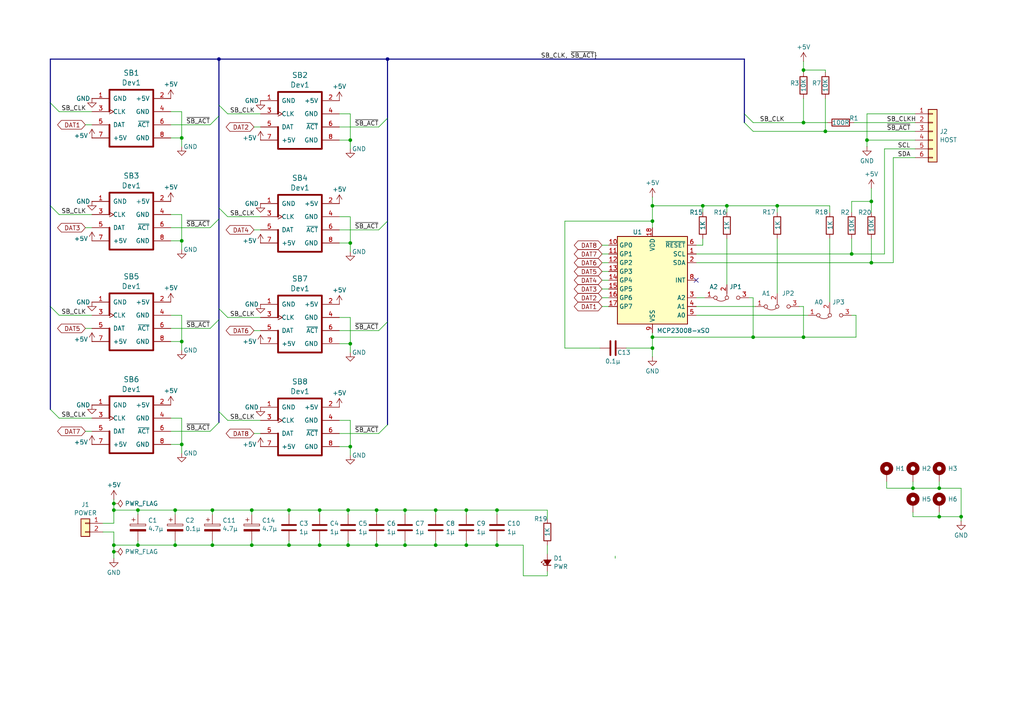
<source format=kicad_sch>
(kicad_sch (version 20250114) (generator "eeschema") (generator_version "9.0")
  (paper "A4")
  (title_block (title "LP Sensor Bus Hub") (date "2025-08-25") (rev "A1") (company "Machina Speculatrix"))
  (lib_symbols
    (symbol "Connector_Generic:Conn_01x02" (pin_names (offset 1.016) (hide yes))
      (property "Reference" "J" (at 0 2.54 0))
      (property "Value" "Conn_01x02" (at 0 -5.08 0))
      (symbol "Conn_01x02_1_1"
        (rectangle (start -1.27 1.27) (end 1.27 -3.81) (stroke (width 0.254)) (fill (type background)))
        (rectangle (start -1.27 0.127) (end 0 -0.127) (stroke (width 0.1524)))
        (rectangle (start -1.27 -2.413) (end 0 -2.667) (stroke (width 0.1524)))
        (pin passive line (at -5.08 0 0) (length 3.81) (name "Pin_1") (number "1"))
        (pin passive line (at -5.08 -2.54 0) (length 3.81) (name "Pin_2") (number "2"))
      )
    )
    (symbol "Connector_Generic:Conn_01x06" (pin_names (offset 1.016) (hide yes))
      (property "Reference" "J" (at 0 7.62 0))
      (property "Value" "Conn_01x06" (at 0 -10.16 0))
      (symbol "Conn_01x06_1_1"
        (rectangle (start -1.27 6.35) (end 1.27 -8.89) (stroke (width 0.254)) (fill (type background)))
        (rectangle (start -1.27 5.207) (end 0 4.953) (stroke (width 0.1524)))
        (rectangle (start -1.27 2.667) (end 0 2.413) (stroke (width 0.1524)))
        (rectangle (start -1.27 0.127) (end 0 -0.127) (stroke (width 0.1524)))
        (rectangle (start -1.27 -2.413) (end 0 -2.667) (stroke (width 0.1524)))
        (rectangle (start -1.27 -4.953) (end 0 -5.207) (stroke (width 0.1524)))
        (rectangle (start -1.27 -7.493) (end 0 -7.747) (stroke (width 0.1524)))
        (pin passive line (at -5.08 5.08 0) (length 3.81) (name "Pin_1") (number "1"))
        (pin passive line (at -5.08 2.54 0) (length 3.81) (name "Pin_2") (number "2"))
        (pin passive line (at -5.08 0 0) (length 3.81) (name "Pin_3") (number "3"))
        (pin passive line (at -5.08 -2.54 0) (length 3.81) (name "Pin_4") (number "4"))
        (pin passive line (at -5.08 -5.08 0) (length 3.81) (name "Pin_5") (number "5"))
        (pin passive line (at -5.08 -7.62 0) (length 3.81) (name "Pin_6") (number "6"))
      )
    )
    (symbol "Device:C" (pin_numbers (hide yes)) (pin_names (offset 0.254))
      (property "Reference" "C" (at 0.635 2.54 0))
      (property "Value" "C" (at 0.635 -2.54 0))
      (symbol "C_0_1"
        (polyline (pts (xy -2.032 0.762) (xy 2.032 0.762)) (stroke (width 0.508)))
        (polyline (pts (xy -2.032 -0.762) (xy 2.032 -0.762)) (stroke (width 0.508)))
      )
      (symbol "C_1_1"
        (pin passive line (at 0 3.81 270) (length 2.794) (name "~") (number "1"))
        (pin passive line (at 0 -3.81 90) (length 2.794) (name "~") (number "2"))
      )
    )
    (symbol "Device:C_Polarized" (pin_numbers (hide yes)) (pin_names (offset 0.254))
      (property "Reference" "C" (at 0.635 2.54 0))
      (property "Value" "C_Polarized" (at 0.635 -2.54 0))
      (symbol "C_Polarized_0_1"
        (rectangle (start -2.286 0.508) (end 2.286 1.016))
        (polyline (pts (xy -1.778 2.286) (xy -0.762 2.286)))
        (polyline (pts (xy -1.27 2.794) (xy -1.27 1.778)))
        (rectangle (start 2.286 -0.508) (end -2.286 -1.016) (fill (type outline)))
      )
      (symbol "C_Polarized_1_1"
        (pin passive line (at 0 3.81 270) (length 2.794) (name "~") (number "1"))
        (pin passive line (at 0 -3.81 90) (length 2.794) (name "~") (number "2"))
      )
    )
    (symbol "Device:LED_Small_Filled" (pin_numbers (hide yes)) (pin_names (offset 0.254) (hide yes))
      (property "Reference" "D" (at -1.27 3.175 0))
      (property "Value" "LED_Small_Filled" (at -4.445 -2.54 0))
      (symbol "LED_Small_Filled_0_1"
        (polyline (pts (xy -0.762 -1.016) (xy -0.762 1.016)) (stroke (width 0.254)))
        (polyline (pts (xy 0 0.762) (xy -0.508 1.27) (xy -0.254 1.27) (xy -0.508 1.27) (xy -0.508 1.016)))
        (polyline (pts (xy 0.508 1.27) (xy 0 1.778) (xy 0.254 1.778) (xy 0 1.778) (xy 0 1.524)))
        (polyline (pts (xy 0.762 -1.016) (xy -0.762 0) (xy 0.762 1.016) (xy 0.762 -1.016)) (stroke (width 0.254)) (fill (type outline)))
        (polyline (pts (xy 1.016 0) (xy -0.762 0)))
      )
      (symbol "LED_Small_Filled_1_1"
        (pin passive line (at -2.54 0 0) (length 1.778) (name "K") (number "1"))
        (pin passive line (at 2.54 0 180) (length 1.778) (name "A") (number "2"))
      )
    )
    (symbol "Device:R" (pin_numbers (hide yes)) (pin_names (offset 0))
      (property "Reference" "R" (at 2.032 0 90))
      (property "Value" "R" (at 0 0 90))
      (symbol "R_0_1"
        (rectangle (start -1.016 -2.54) (end 1.016 2.54) (stroke (width 0.254)))
      )
      (symbol "R_1_1"
        (pin passive line (at 0 3.81 270) (length 1.27) (name "~") (number "1"))
        (pin passive line (at 0 -3.81 90) (length 1.27) (name "~") (number "2"))
      )
    )
    (symbol "Interface_Expansion:MCP23008-xSO"
      (property "Reference" "U" (at -8.89 13.97 0))
      (property "Value" "MCP23008-xSO" (at 8.89 13.97 0))
      (symbol "MCP23008-xSO_0_1"
        (rectangle (start -10.16 12.7) (end 10.16 -12.7) (stroke (width 0.254)) (fill (type background)))
      )
      (symbol "MCP23008-xSO_1_1"
        (pin input line (at -12.7 10.16 0) (length 2.54) (name "~{RESET}") (number "6"))
        (pin input line (at -12.7 7.62 0) (length 2.54) (name "SCL") (number "1"))
        (pin bidirectional line (at -12.7 5.08 0) (length 2.54) (name "SDA") (number "2"))
        (pin output line (at -12.7 0 0) (length 2.54) (name "INT") (number "8"))
        (pin input line (at -12.7 -5.08 0) (length 2.54) (name "A2") (number "3"))
        (pin input line (at -12.7 -7.62 0) (length 2.54) (name "A1") (number "4"))
        (pin input line (at -12.7 -10.16 0) (length 2.54) (name "A0") (number "5"))
        (pin no_connect line (at -10.16 -2.54 0) (length 2.54) (hide yes) (name "NC") (number "7"))
        (pin power_in line (at 0 15.24 270) (length 2.54) (name "VDD") (number "18"))
        (pin power_in line (at 0 -15.24 90) (length 2.54) (name "VSS") (number "9"))
        (pin bidirectional line (at 12.7 10.16 180) (length 2.54) (name "GP0") (number "10"))
        (pin bidirectional line (at 12.7 7.62 180) (length 2.54) (name "GP1") (number "11"))
        (pin bidirectional line (at 12.7 5.08 180) (length 2.54) (name "GP2") (number "12"))
        (pin bidirectional line (at 12.7 2.54 180) (length 2.54) (name "GP3") (number "13"))
        (pin bidirectional line (at 12.7 0 180) (length 2.54) (name "GP4") (number "14"))
        (pin bidirectional line (at 12.7 -2.54 180) (length 2.54) (name "GP5") (number "15"))
        (pin bidirectional line (at 12.7 -5.08 180) (length 2.54) (name "GP6") (number "16"))
        (pin bidirectional line (at 12.7 -7.62 180) (length 2.54) (name "GP7") (number "17"))
      )
    )
    (symbol "Jumper:Jumper_3_Bridged12" (pin_names (offset 0) (hide yes)) (in_bom no)
      (property "Reference" "JP" (at -2.54 -2.54 0))
      (property "Value" "Jumper_3_Bridged12" (at 0 2.794 0))
      (symbol "Jumper_3_Bridged12_0_0"
        (circle (center -3.302 0) (radius 0.508))
        (circle (center 0 0) (radius 0.508))
        (circle (center 3.302 0) (radius 0.508))
      )
      (symbol "Jumper_3_Bridged12_0_1"
        (arc (start -3.048 0.508) (mid -1.651 0.9912) (end -0.254 0.508))
        (polyline (pts (xy 0 -1.27) (xy 0 -0.508)))
      )
      (symbol "Jumper_3_Bridged12_1_1"
        (pin passive line (at -6.35 0 0) (length 2.54) (name "A") (number "1"))
        (pin passive line (at 0 -3.81 90) (length 2.54) (name "C") (number "2"))
        (pin passive line (at 6.35 0 180) (length 2.54) (name "B") (number "3"))
      )
    )
    (symbol "MS_Conn:LP_Sensor_Bus_IDC_8" (pin_names (offset 1.016))
      (property "Reference" "SB" (at 0 7.62 0))
      (property "Value" "LP_Sensor_Bus_IDC_8" (at 0 -14.224 0))
      (symbol "LP_Sensor_Bus_IDC_8_0_1"
        (polyline (pts (xy -6.35 -1.27) (xy -6.35 5.08) (xy 6.35 5.08) (xy 6.35 -11.43) (xy 0 -11.43) (xy -6.35 -11.43) (xy -6.35 -5.08)) (stroke (width 0.508)))
      )
      (symbol "LP_Sensor_Bus_IDC_8_1_1"
        (pin power_in line (at -11.43 2.54 0) (length 5.08) (name "GND") (number "1"))
        (pin bidirectional clock (at -11.43 -1.27 0) (length 5.08) (name "CLK") (number "3"))
        (pin bidirectional line (at -11.43 -5.08 0) (length 5.08) (name "DAT") (number "5"))
        (pin power_in line (at -11.43 -8.89 0) (length 5.08) (name "+5V") (number "7"))
        (pin power_in line (at 11.43 2.54 180) (length 5.08) (name "+5V") (number "2"))
        (pin power_in line (at 11.43 -1.27 180) (length 5.08) (name "GND") (number "4"))
        (pin bidirectional line (at 11.43 -5.08 180) (length 5.08) (name "~{ACT}") (number "6"))
        (pin power_in line (at 11.43 -8.89 180) (length 5.08) (name "GND") (number "8"))
      )
    )
    (symbol "Mechanical:MountingHole_Pad" (pin_numbers (hide yes)) (pin_names (offset 1.016) (hide yes)) (in_bom no)
      (property "Reference" "H" (at 0 6.35 0))
      (property "Value" "MountingHole_Pad" (at 0 4.445 0))
      (symbol "MountingHole_Pad_0_1"
        (circle (center 0 1.27) (radius 1.27) (stroke (width 1.27)))
      )
      (symbol "MountingHole_Pad_1_1"
        (pin input line (at 0 -2.54 90) (length 2.54) (name "1") (number "1"))
      )
    )
    (symbol "power:+3V3" (power) (pin_numbers (hide yes)) (pin_names (offset 0) (hide yes))
      (property "Value" "+3V3" (at 0 3.556 0))
      (symbol "+3V3_0_1"
        (polyline (pts (xy -0.762 1.27) (xy 0 2.54)))
        (polyline (pts (xy 0 2.54) (xy 0.762 1.27)))
        (polyline (pts (xy 0 0) (xy 0 2.54)))
      )
      (symbol "+3V3_1_1"
        (pin power_in line (at 0 0 90) (length 0) (name "~") (number "1"))
      )
    )
    (symbol "power:GND" (power) (pin_numbers (hide yes)) (pin_names (offset 0) (hide yes))
      (property "Value" "GND" (at 0 -3.81 0))
      (symbol "GND_0_1"
        (polyline (pts (xy 0 0) (xy 0 -1.27) (xy 1.27 -1.27) (xy 0 -2.54) (xy -1.27 -1.27) (xy 0 -1.27)))
      )
      (symbol "GND_1_1"
        (pin power_in line (at 0 0 270) (length 0) (name "~") (number "1"))
      )
    )
    (symbol "power:PWR_FLAG" (power) (pin_numbers (hide yes)) (pin_names (offset 0) (hide yes))
      (property "Value" "PWR_FLAG" (at 0 3.81 0))
      (symbol "PWR_FLAG_0_0"
        (pin power_out line (at 0 0 90) (length 0) (name "~") (number "1"))
      )
      (symbol "PWR_FLAG_0_1"
        (polyline (pts (xy 0 0) (xy 0 1.27) (xy -1.016 1.905) (xy 0 2.54) (xy 1.016 1.905) (xy 0 1.27)))
      )
    )
  )
  (junction (at 189.23 59.69))
  (junction (at 247.015 73.66))
  (junction (at 252.73 76.2))
  (junction (at 83.82 158.115))
  (junction (at 100.965 158.115))
  (junction (at 100.965 147.955))
  (junction (at 117.475 158.115))
  (junction (at 144.145 147.955))
  (junction (at 33.02 158.115))
  (junction (at 92.71 147.955))
  (junction (at 40.005 147.955))
  (junction (at 126.365 147.955))
  (junction (at 109.22 147.955))
  (junction (at 33.02 146.05))
  (junction (at 63.5 17.145))
  (junction (at 61.595 147.955))
  (junction (at 101.6 70.485))
  (junction (at 272.415 149.86))
  (junction (at 83.82 147.955))
  (junction (at 112.395 17.145))
  (junction (at 33.02 147.955))
  (junction (at 225.425 59.69))
  (junction (at 189.23 97.79))
  (junction (at 117.475 147.955))
  (junction (at 144.145 158.115))
  (junction (at 101.6 99.695))
  (junction (at 109.22 158.115))
  (junction (at 252.73 58.42))
  (junction (at 272.415 141.605))
  (junction (at 239.395 38.1))
  (junction (at 52.705 69.85))
  (junction (at 218.44 97.79))
  (junction (at 189.23 64.135))
  (junction (at 135.255 158.115))
  (junction (at 264.795 141.605))
  (junction (at 233.045 20.32))
  (junction (at 52.705 128.905))
  (junction (at 73.025 147.955))
  (junction (at 126.365 158.115))
  (junction (at 50.8 158.115))
  (junction (at 61.595 158.115))
  (junction (at 233.045 97.79))
  (junction (at 189.23 100.965))
  (junction (at 33.02 160.02))
  (junction (at 101.6 40.64))
  (junction (at 73.025 158.115))
  (junction (at 251.46 40.64))
  (junction (at 52.705 40.005))
  (junction (at 233.045 35.56))
  (junction (at 203.835 59.69))
  (junction (at 278.765 149.86))
  (junction (at 135.255 147.955))
  (junction (at 52.705 99.06))
  (junction (at 92.71 158.115))
  (junction (at 101.6 129.54))
  (junction (at 40.005 158.115))
  (junction (at 210.82 59.69))
  (junction (at 50.8 147.955))
  (no_connect (at 201.93 81.28))
  (bus_entry (at 215.9 35.56) (size 2.54 2.54))
  (bus_entry (at 17.145 32.385) (size -2.54 -2.54))
  (bus_entry (at 109.855 95.885) (size 2.54 -2.54))
  (bus_entry (at 17.145 62.23) (size -2.54 -2.54))
  (bus_entry (at 215.9 33.02) (size 2.54 2.54))
  (bus_entry (at 60.96 125.095) (size 2.54 -2.54))
  (bus_entry (at 66.04 62.865) (size -2.54 -2.54))
  (bus_entry (at 60.96 66.04) (size 2.54 -2.54))
  (bus_entry (at 66.04 121.92) (size -2.54 -2.54))
  (bus_entry (at 109.855 66.675) (size 2.54 -2.54))
  (bus_entry (at 66.04 92.075) (size -2.54 -2.54))
  (bus_entry (at 109.855 36.83) (size 2.54 -2.54))
  (bus_entry (at 60.96 36.195) (size 2.54 -2.54))
  (bus_entry (at 17.145 121.285) (size -2.54 -2.54))
  (bus_entry (at 17.145 91.44) (size -2.54 -2.54))
  (bus_entry (at 60.96 95.25) (size 2.54 -2.54))
  (bus_entry (at 66.04 33.02) (size -2.54 -2.54))
  (bus_entry (at 109.855 125.73) (size 2.54 -2.54))
  (wire (pts (xy 98.425 121.92) (xy 101.6 121.92)))
  (wire (pts (xy 49.53 32.385) (xy 52.705 32.385)))
  (wire (pts (xy 109.22 156.845) (xy 109.22 158.115)))
  (wire (pts (xy 248.285 91.44) (xy 248.285 97.79)))
  (wire (pts (xy 272.415 148.59) (xy 272.415 149.86)))
  (wire (pts (xy 33.02 158.115) (xy 33.02 160.02)))
  (wire (pts (xy 247.015 61.595) (xy 247.015 58.42)))
  (wire (pts (xy 24.765 95.25) (xy 26.67 95.25)))
  (wire (pts (xy 17.145 62.23) (xy 26.67 62.23)))
  (wire (pts (xy 98.425 125.73) (xy 109.855 125.73)))
  (wire (pts (xy 126.365 156.845) (xy 126.365 158.115)))
  (wire (pts (xy 144.145 158.115) (xy 151.765 158.115)))
  (bus (pts (xy 112.395 17.145) (xy 215.9 17.145)))
  (wire (pts (xy 52.705 121.285) (xy 52.705 128.905)))
  (wire (pts (xy 98.425 66.675) (xy 109.855 66.675)))
  (wire (pts (xy 201.93 71.12) (xy 203.835 71.12)))
  (wire (pts (xy 101.6 40.64) (xy 98.425 40.64)))
  (wire (pts (xy 117.475 156.845) (xy 117.475 158.115)))
  (wire (pts (xy 264.795 141.605) (xy 272.415 141.605)))
  (wire (pts (xy 73.66 95.885) (xy 75.565 95.885)))
  (wire (pts (xy 174.625 73.66) (xy 176.53 73.66)))
  (wire (pts (xy 50.8 156.845) (xy 50.8 158.115)))
  (wire (pts (xy 73.025 158.115) (xy 61.595 158.115)))
  (wire (pts (xy 109.22 147.955) (xy 109.22 149.225)))
  (wire (pts (xy 66.04 92.075) (xy 75.565 92.075)))
  (wire (pts (xy 252.73 76.2) (xy 259.08 76.2)))
  (wire (pts (xy 117.475 147.955) (xy 117.475 149.225)))
  (wire (pts (xy 66.04 121.92) (xy 75.565 121.92)))
  (wire (pts (xy 73.025 147.955) (xy 61.595 147.955)))
  (wire (pts (xy 17.145 32.385) (xy 26.67 32.385)))
  (wire (pts (xy 225.425 59.69) (xy 240.665 59.69)))
  (bus (pts (xy 14.605 29.845) (xy 14.605 59.69)))
  (wire (pts (xy 189.23 96.52) (xy 189.23 97.79)))
  (wire (pts (xy 101.6 33.02) (xy 101.6 40.64)))
  (wire (pts (xy 117.475 158.115) (xy 109.22 158.115)))
  (wire (pts (xy 52.705 72.39) (xy 52.705 69.85)))
  (wire (pts (xy 49.53 66.04) (xy 60.96 66.04)))
  (wire (pts (xy 189.23 59.69) (xy 189.23 64.135)))
  (wire (pts (xy 251.46 33.02) (xy 251.46 40.64)))
  (wire (pts (xy 144.145 156.845) (xy 144.145 158.115)))
  (wire (pts (xy 272.415 141.605) (xy 278.765 141.605)))
  (wire (pts (xy 144.145 147.955) (xy 158.75 147.955)))
  (wire (pts (xy 50.8 147.955) (xy 40.005 147.955)))
  (wire (pts (xy 218.44 86.36) (xy 218.44 97.79)))
  (wire (pts (xy 201.93 88.9) (xy 219.075 88.9)))
  (wire (pts (xy 52.705 62.23) (xy 52.705 69.85)))
  (wire (pts (xy 189.23 64.135) (xy 189.23 66.04)))
  (bus (pts (xy 215.9 17.145) (xy 215.9 33.02)))
  (wire (pts (xy 101.6 132.08) (xy 101.6 129.54)))
  (wire (pts (xy 49.53 121.285) (xy 52.705 121.285)))
  (wire (pts (xy 73.025 156.845) (xy 73.025 158.115)))
  (wire (pts (xy 73.025 147.955) (xy 73.025 149.225)))
  (wire (pts (xy 40.005 158.115) (xy 33.02 158.115)))
  (bus (pts (xy 63.5 17.145) (xy 112.395 17.145)))
  (wire (pts (xy 52.705 69.85) (xy 49.53 69.85)))
  (wire (pts (xy 158.75 158.115) (xy 158.75 160.655)))
  (wire (pts (xy 247.015 69.215) (xy 247.015 73.66)))
  (wire (pts (xy 52.705 32.385) (xy 52.705 40.005)))
  (wire (pts (xy 61.595 147.955) (xy 61.595 149.225)))
  (wire (pts (xy 252.73 58.42) (xy 252.73 61.595)))
  (wire (pts (xy 49.53 95.25) (xy 60.96 95.25)))
  (wire (pts (xy 239.395 20.32) (xy 233.045 20.32)))
  (wire (pts (xy 210.82 59.69) (xy 225.425 59.69)))
  (wire (pts (xy 101.6 73.025) (xy 101.6 70.485)))
  (wire (pts (xy 101.6 102.235) (xy 101.6 99.695)))
  (wire (pts (xy 252.73 54.61) (xy 252.73 58.42)))
  (wire (pts (xy 201.93 91.44) (xy 234.315 91.44)))
  (wire (pts (xy 173.99 100.965) (xy 163.83 100.965)))
  (wire (pts (xy 240.665 61.595) (xy 240.665 59.69)))
  (wire (pts (xy 239.395 38.1) (xy 265.43 38.1)))
  (wire (pts (xy 247.015 58.42) (xy 252.73 58.42)))
  (wire (pts (xy 210.82 59.69) (xy 203.835 59.69)))
  (wire (pts (xy 144.145 147.955) (xy 135.255 147.955)))
  (wire (pts (xy 98.425 33.02) (xy 101.6 33.02)))
  (wire (pts (xy 264.795 139.7) (xy 264.795 141.605)))
  (wire (pts (xy 50.8 147.955) (xy 50.8 149.225)))
  (wire (pts (xy 174.625 78.74) (xy 176.53 78.74)))
  (wire (pts (xy 252.73 69.215) (xy 252.73 76.2)))
  (wire (pts (xy 174.625 71.12) (xy 176.53 71.12)))
  (wire (pts (xy 24.765 125.095) (xy 26.67 125.095)))
  (bus (pts (xy 112.395 93.345) (xy 112.395 123.19)))
  (wire (pts (xy 100.965 156.845) (xy 100.965 158.115)))
  (wire (pts (xy 203.835 71.12) (xy 203.835 69.215)))
  (bus (pts (xy 215.9 33.02) (xy 215.9 35.56)))
  (wire (pts (xy 135.255 147.955) (xy 135.255 149.225)))
  (wire (pts (xy 83.82 156.845) (xy 83.82 158.115)))
  (wire (pts (xy 151.765 158.115) (xy 151.765 167.005)))
  (wire (pts (xy 24.765 36.195) (xy 26.67 36.195)))
  (wire (pts (xy 174.625 88.9) (xy 176.53 88.9)))
  (wire (pts (xy 83.82 147.955) (xy 83.82 149.225)))
  (wire (pts (xy 33.02 160.02) (xy 33.02 161.925)))
  (wire (pts (xy 201.93 73.66) (xy 247.015 73.66)))
  (wire (pts (xy 101.6 43.18) (xy 101.6 40.64)))
  (wire (pts (xy 100.965 147.955) (xy 100.965 149.225)))
  (wire (pts (xy 231.775 88.9) (xy 233.045 88.9)))
  (wire (pts (xy 201.93 76.2) (xy 252.73 76.2)))
  (wire (pts (xy 52.705 99.06) (xy 49.53 99.06)))
  (wire (pts (xy 189.23 97.79) (xy 189.23 100.965)))
  (wire (pts (xy 257.175 141.605) (xy 264.795 141.605)))
  (wire (pts (xy 174.625 83.82) (xy 176.53 83.82)))
  (bus (pts (xy 112.395 34.29) (xy 112.395 64.135)))
  (wire (pts (xy 158.75 165.735) (xy 158.75 167.005)))
  (wire (pts (xy 278.765 141.605) (xy 278.765 149.86)))
  (wire (pts (xy 256.54 43.18) (xy 265.43 43.18)))
  (bus (pts (xy 14.605 59.69) (xy 14.605 88.9)))
  (wire (pts (xy 61.595 156.845) (xy 61.595 158.115)))
  (wire (pts (xy 189.23 100.965) (xy 189.23 103.505)))
  (wire (pts (xy 163.83 100.965) (xy 163.83 64.135)))
  (wire (pts (xy 101.6 121.92) (xy 101.6 129.54)))
  (wire (pts (xy 225.425 69.215) (xy 225.425 85.09)))
  (wire (pts (xy 92.71 147.955) (xy 92.71 149.225)))
  (wire (pts (xy 98.425 92.075) (xy 101.6 92.075)))
  (wire (pts (xy 247.015 91.44) (xy 248.285 91.44)))
  (wire (pts (xy 256.54 73.66) (xy 256.54 43.18)))
  (wire (pts (xy 233.045 20.32) (xy 233.045 20.955)))
  (wire (pts (xy 233.045 88.9) (xy 233.045 97.79)))
  (wire (pts (xy 210.82 61.595) (xy 210.82 59.69)))
  (wire (pts (xy 92.71 158.115) (xy 83.82 158.115)))
  (wire (pts (xy 218.44 35.56) (xy 233.045 35.56)))
  (wire (pts (xy 33.02 154.305) (xy 33.02 158.115)))
  (wire (pts (xy 257.175 139.7) (xy 257.175 141.605)))
  (wire (pts (xy 278.765 149.86) (xy 278.765 151.13)))
  (wire (pts (xy 135.255 156.845) (xy 135.255 158.115)))
  (wire (pts (xy 163.83 64.135) (xy 189.23 64.135)))
  (wire (pts (xy 135.255 147.955) (xy 126.365 147.955)))
  (wire (pts (xy 66.04 33.02) (xy 75.565 33.02)))
  (bus (pts (xy 63.5 17.145) (xy 63.5 30.48)))
  (wire (pts (xy 52.705 131.445) (xy 52.705 128.905)))
  (wire (pts (xy 259.08 76.2) (xy 259.08 45.72)))
  (wire (pts (xy 83.82 147.955) (xy 73.025 147.955)))
  (wire (pts (xy 218.44 97.79) (xy 189.23 97.79)))
  (wire (pts (xy 272.415 139.7) (xy 272.415 141.605)))
  (wire (pts (xy 265.43 33.02) (xy 251.46 33.02)))
  (wire (pts (xy 52.705 40.005) (xy 49.53 40.005)))
  (wire (pts (xy 49.53 62.23) (xy 52.705 62.23)))
  (wire (pts (xy 233.045 17.78) (xy 233.045 20.32)))
  (wire (pts (xy 174.625 86.36) (xy 176.53 86.36)))
  (wire (pts (xy 98.425 95.885) (xy 109.855 95.885)))
  (wire (pts (xy 101.6 129.54) (xy 98.425 129.54)))
  (wire (pts (xy 101.6 99.695) (xy 98.425 99.695)))
  (wire (pts (xy 40.005 156.845) (xy 40.005 158.115)))
  (bus (pts (xy 112.395 17.145) (xy 112.395 34.29)))
  (wire (pts (xy 259.08 45.72) (xy 265.43 45.72)))
  (wire (pts (xy 101.6 92.075) (xy 101.6 99.695)))
  (wire (pts (xy 247.65 35.56) (xy 265.43 35.56)))
  (wire (pts (xy 52.705 91.44) (xy 52.705 99.06)))
  (wire (pts (xy 264.795 148.59) (xy 264.795 149.86)))
  (wire (pts (xy 73.66 66.675) (xy 75.565 66.675)))
  (wire (pts (xy 29.845 154.305) (xy 33.02 154.305)))
  (bus (pts (xy 63.5 60.325) (xy 63.5 63.5)))
  (wire (pts (xy 248.285 97.79) (xy 233.045 97.79)))
  (wire (pts (xy 98.425 62.865) (xy 101.6 62.865)))
  (wire (pts (xy 109.22 147.955) (xy 100.965 147.955)))
  (wire (pts (xy 83.82 158.115) (xy 73.025 158.115)))
  (wire (pts (xy 135.255 158.115) (xy 126.365 158.115)))
  (wire (pts (xy 66.04 62.865) (xy 75.565 62.865)))
  (wire (pts (xy 251.46 40.64) (xy 251.46 42.545)))
  (wire (pts (xy 17.145 91.44) (xy 26.67 91.44)))
  (wire (pts (xy 100.965 158.115) (xy 92.71 158.115)))
  (wire (pts (xy 240.665 69.215) (xy 240.665 87.63)))
  (wire (pts (xy 29.845 151.765) (xy 33.02 151.765)))
  (bus (pts (xy 14.605 17.145) (xy 63.5 17.145)))
  (wire (pts (xy 52.705 101.6) (xy 52.705 99.06)))
  (wire (pts (xy 33.02 151.765) (xy 33.02 147.955)))
  (wire (pts (xy 50.8 158.115) (xy 40.005 158.115)))
  (wire (pts (xy 40.005 147.955) (xy 33.02 147.955)))
  (wire (pts (xy 233.045 35.56) (xy 240.03 35.56)))
  (wire (pts (xy 126.365 147.955) (xy 117.475 147.955)))
  (wire (pts (xy 101.6 62.865) (xy 101.6 70.485)))
  (wire (pts (xy 24.765 66.04) (xy 26.67 66.04)))
  (bus (pts (xy 63.5 30.48) (xy 63.5 33.655)))
  (wire (pts (xy 189.23 57.15) (xy 189.23 59.69)))
  (wire (pts (xy 100.965 147.955) (xy 92.71 147.955)))
  (wire (pts (xy 181.61 100.965) (xy 189.23 100.965)))
  (wire (pts (xy 92.71 156.845) (xy 92.71 158.115)))
  (wire (pts (xy 174.625 81.28) (xy 176.53 81.28)))
  (bus (pts (xy 63.5 63.5) (xy 63.5 89.535)))
  (wire (pts (xy 151.765 167.005) (xy 158.75 167.005)))
  (wire (pts (xy 17.145 121.285) (xy 26.67 121.285)))
  (wire (pts (xy 117.475 147.955) (xy 109.22 147.955)))
  (wire (pts (xy 101.6 70.485) (xy 98.425 70.485)))
  (wire (pts (xy 73.66 36.83) (xy 75.565 36.83)))
  (wire (pts (xy 247.015 73.66) (xy 256.54 73.66)))
  (wire (pts (xy 178.435 161.29) (xy 178.435 161.925)))
  (wire (pts (xy 201.93 86.36) (xy 204.47 86.36)))
  (wire (pts (xy 126.365 158.115) (xy 117.475 158.115)))
  (wire (pts (xy 210.82 69.215) (xy 210.82 82.55)))
  (wire (pts (xy 33.02 146.05) (xy 33.02 147.955)))
  (wire (pts (xy 264.795 149.86) (xy 272.415 149.86)))
  (wire (pts (xy 239.395 20.955) (xy 239.395 20.32)))
  (wire (pts (xy 73.66 125.73) (xy 75.565 125.73)))
  (wire (pts (xy 203.835 59.69) (xy 189.23 59.69)))
  (wire (pts (xy 158.75 150.495) (xy 158.75 147.955)))
  (wire (pts (xy 49.53 91.44) (xy 52.705 91.44)))
  (bus (pts (xy 63.5 33.655) (xy 63.5 60.325)))
  (wire (pts (xy 92.71 147.955) (xy 83.82 147.955)))
  (wire (pts (xy 33.02 144.78) (xy 33.02 146.05)))
  (wire (pts (xy 239.395 28.575) (xy 239.395 38.1)))
  (wire (pts (xy 98.425 36.83) (xy 109.855 36.83)))
  (wire (pts (xy 61.595 147.955) (xy 50.8 147.955)))
  (wire (pts (xy 233.045 28.575) (xy 233.045 35.56)))
  (wire (pts (xy 52.705 128.905) (xy 49.53 128.905)))
  (wire (pts (xy 272.415 149.86) (xy 278.765 149.86)))
  (wire (pts (xy 218.44 38.1) (xy 239.395 38.1)))
  (wire (pts (xy 109.22 158.115) (xy 100.965 158.115)))
  (wire (pts (xy 233.045 97.79) (xy 218.44 97.79)))
  (bus (pts (xy 63.5 89.535) (xy 63.5 92.71)))
  (wire (pts (xy 49.53 125.095) (xy 60.96 125.095)))
  (bus (pts (xy 112.395 64.135) (xy 112.395 93.345)))
  (bus (pts (xy 14.605 88.9) (xy 14.605 118.745)))
  (wire (pts (xy 203.835 61.595) (xy 203.835 59.69)))
  (wire (pts (xy 144.145 158.115) (xy 135.255 158.115)))
  (bus (pts (xy 63.5 92.71) (xy 63.5 119.38)))
  (wire (pts (xy 126.365 147.955) (xy 126.365 149.225)))
  (wire (pts (xy 251.46 40.64) (xy 265.43 40.64)))
  (wire (pts (xy 217.17 86.36) (xy 218.44 86.36)))
  (wire (pts (xy 52.705 42.545) (xy 52.705 40.005)))
  (wire (pts (xy 49.53 36.195) (xy 60.96 36.195)))
  (bus (pts (xy 14.605 17.145) (xy 14.605 29.845)))
  (wire (pts (xy 174.625 76.2) (xy 176.53 76.2)))
  (wire (pts (xy 40.005 147.955) (xy 40.005 149.225)))
  (wire (pts (xy 225.425 61.595) (xy 225.425 59.69)))
  (wire (pts (xy 144.145 147.955) (xy 144.145 149.225)))
  (bus (pts (xy 63.5 119.38) (xy 63.5 122.555)))
  (wire (pts (xy 61.595 158.115) (xy 50.8 158.115)))
  (label "~{SB_ACT}" (at 102.87 95.885 0))
  (label "~{SB_ACT}" (at 257.175 38.1 0))
  (label "~{SB_ACT}" (at 53.975 125.095 0))
  (label "SB_CLK" (at 17.78 62.23 0))
  (label "SB_CLK" (at 66.675 121.92 0))
  (label "SDA" (at 260.35 45.72 0))
  (label "SB_CLK" (at 17.78 121.285 0))
  (label "~{SB_ACT}" (at 102.87 66.675 0))
  (label "SB_CLK" (at 17.78 91.44 0))
  (label "SB_CLK" (at 66.675 62.865 0))
  (label "SB_CLK" (at 66.675 33.02 0))
  (label "SB_CLK" (at 66.675 92.075 0))
  (label "~{SB_ACT}" (at 53.975 95.25 0))
  (label "~{SB_ACT}" (at 102.87 36.83 0))
  (label "~{SB_ACT}" (at 102.87 125.73 0))
  (label "SB_CLK" (at 220.345 35.56 0))
  (label "~{SB_ACT}" (at 53.975 36.195 0))
  (label "SCL" (at 260.35 43.18 0))
  (label "SB_CLKH" (at 257.175 35.56 0))
  (label "~{SB_ACT}" (at 53.975 66.04 0))
  (label "SB_CLK, ~{SB_ACT}}" (at 156.845 17.145 0))
  (label "SB_CLK" (at 17.78 32.385 0))
  (global_label "DAT2" (shape bidirectional) (at 174.625 86.36 180) (property "Intersheetrefs" "${INTERSHEET_REFS}" (effects (hide yes))))
  (global_label "DAT6" (shape bidirectional) (at 174.625 76.2 180) (property "Intersheetrefs" "${INTERSHEET_REFS}" (effects (hide yes))))
  (global_label "DAT3" (shape bidirectional) (at 24.765 66.04 180) (property "Intersheetrefs" "${INTERSHEET_REFS}" (effects (hide yes))))
  (global_label "DAT5" (shape bidirectional) (at 174.625 78.74 180) (property "Intersheetrefs" "${INTERSHEET_REFS}" (effects (hide yes))))
  (global_label "DAT8" (shape bidirectional) (at 174.625 71.12 180) (property "Intersheetrefs" "${INTERSHEET_REFS}" (effects (hide yes))))
  (global_label "DAT7" (shape bidirectional) (at 24.765 125.095 180) (property "Intersheetrefs" "${INTERSHEET_REFS}" (effects (hide yes))))
  (global_label "DAT3" (shape bidirectional) (at 174.625 83.82 180) (property "Intersheetrefs" "${INTERSHEET_REFS}" (effects (hide yes))))
  (global_label "DAT7" (shape bidirectional) (at 174.625 73.66 180) (property "Intersheetrefs" "${INTERSHEET_REFS}" (effects (hide yes))))
  (global_label "DAT6" (shape bidirectional) (at 73.66 95.885 180) (property "Intersheetrefs" "${INTERSHEET_REFS}" (effects (hide yes))))
  (global_label "DAT2" (shape bidirectional) (at 73.66 36.83 180) (property "Intersheetrefs" "${INTERSHEET_REFS}" (effects (hide yes))))
  (global_label "DAT5" (shape bidirectional) (at 24.765 95.25 180) (property "Intersheetrefs" "${INTERSHEET_REFS}" (effects (hide yes))))
  (global_label "DAT1" (shape bidirectional) (at 174.625 88.9 180) (property "Intersheetrefs" "${INTERSHEET_REFS}" (effects (hide yes))))
  (global_label "DAT1" (shape bidirectional) (at 24.765 36.195 180) (property "Intersheetrefs" "${INTERSHEET_REFS}" (effects (hide yes))))
  (global_label "DAT4" (shape bidirectional) (at 174.625 81.28 180) (property "Intersheetrefs" "${INTERSHEET_REFS}" (effects (hide yes))))
  (global_label "DAT8" (shape bidirectional) (at 73.66 125.73 180) (property "Intersheetrefs" "${INTERSHEET_REFS}" (effects (hide yes))))
  (global_label "DAT4" (shape bidirectional) (at 73.66 66.675 180) (property "Intersheetrefs" "${INTERSHEET_REFS}" (effects (hide yes))))
  (symbol (lib_id "power:GND") (at 101.6 73.025 0) (unit 1)
    (property "Reference" "#PWR026" (effects (hide yes)))
    (property "Value" "GND" (at 104.14 73.025 0))
    (property "Description" "Power symbol creates a global label with name \"GND\" , ground" (effects (hide yes)))
  )
  (symbol (lib_id "MS_Conn:LP_Sensor_Bus_IDC_8") (at 38.1 120.015 0) (unit 1)
    (property "Reference" "SB6" (at 38.1 110.0506 0) (effects (font (size 1.524 1.524))))
    (property "Value" "Dev1" (at 38.1 112.8835 0) (effects (font (size 1.524 1.524))))
    (property "Footprint" "MS_Connectors:SensorBus_2x04_P2.54mm_Vertical" (effects (hide yes)))
    (property "Description" "Lares Primus Sensor Bus 6-pin IDE header" (effects (hide yes)))
  )
  (symbol (lib_id "Device:R") (at 243.84 35.56 90) (unit 1)
    (property "Reference" "R1" (at 247.65 34.29 90))
    (property "Value" "100R" (at 243.84 35.56 90))
    (property "Footprint" "MS_Favourites:Resistor_SMD_1206_HandSolder" (effects (hide yes)))
    (property "Description" "Resistor" (effects (hide yes)))
  )
  (symbol (lib_id "power:+3V3") (at 49.53 117.475 0) (unit 1)
    (property "Reference" "#PWR032" (effects (hide yes)))
    (property "Value" "+5V" (at 49.53 113.3419 0))
    (property "Description" "Power symbol creates a global label with name \"+3V3\"" (effects (hide yes)))
  )
  (symbol (lib_id "power:PWR_FLAG") (at 33.02 146.05 270) (unit 1)
    (property "Reference" "#FLG01" (effects (hide yes)))
    (property "Value" "PWR_FLAG" (at 36.195 146.05 90) (effects (justify left)))
    (property "Description" "Special symbol for telling ERC where power comes from" (effects (hide yes)))
  )
  (symbol (lib_id "Device:C_Polarized") (at 61.595 153.035 0) (unit 1)
    (property "Reference" "C11" (at 64.516 150.9338 0) (effects (justify left)))
    (property "Value" "4.7µ" (at 64.516 153.3581 0) (effects (justify left)))
    (property "Footprint" "MS_Favourites:Cap_THT_1µF_polarised" (effects (hide yes)))
    (property "Description" "Polarized capacitor" (effects (hide yes)))
  )
  (symbol (lib_id "power:+3V3") (at 98.425 88.265 0) (unit 1)
    (property "Reference" "#PWR039" (effects (hide yes)))
    (property "Value" "+5V" (at 98.425 84.1319 0))
    (property "Description" "Power symbol creates a global label with name \"+3V3\"" (effects (hide yes)))
  )
  (symbol (lib_id "Device:C") (at 177.8 100.965 90) (unit 1)
    (property "Reference" "C13" (at 180.975 102.235 90))
    (property "Value" "0.1µ" (at 177.8 104.775 90))
    (property "Footprint" "Capacitor_SMD:C_1206_3216Metric_Pad1.33x1.80mm_HandSolder" (effects (hide yes)))
    (property "Description" "Unpolarized capacitor" (effects (hide yes)))
  )
  (symbol (lib_id "power:+3V3") (at 49.53 87.63 0) (unit 1)
    (property "Reference" "#PWR031" (effects (hide yes)))
    (property "Value" "+5V" (at 49.53 83.4969 0))
    (property "Description" "Power symbol creates a global label with name \"+3V3\"" (effects (hide yes)))
  )
  (symbol (lib_id "Mechanical:MountingHole_Pad") (at 257.175 137.16 0) (unit 1) (in_bom no)
    (property "Reference" "H1" (at 259.715 135.89 0) (effects (justify left)))
    (property "Value" "MountingHole_Pad" (effects (hide yes)))
    (property "Footprint" "MS_Favourites:MountingHole_M3_Pad" (effects (hide yes)))
    (property "Description" "Mounting Hole with connection" (effects (hide yes)))
  )
  (symbol (lib_id "power:GND") (at 189.23 103.505 0) (unit 1)
    (property "Reference" "#PWR09" (effects (hide yes)))
    (property "Value" "GND" (at 189.23 107.6381 0))
    (property "Description" "Power symbol creates a global label with name \"GND\" , ground" (effects (hide yes)))
  )
  (symbol (lib_id "Device:C") (at 92.71 153.035 0) (unit 1)
    (property "Reference" "C4" (at 95.631 151.8228 0) (effects (justify left)))
    (property "Value" "1µ" (at 95.631 154.2471 0) (effects (justify left)))
    (property "Footprint" "Capacitor_SMD:C_1206_3216Metric_Pad1.33x1.80mm_HandSolder" (effects (hide yes)))
    (property "Description" "Unpolarized capacitor" (effects (hide yes)))
  )
  (symbol (lib_id "Mechanical:MountingHole_Pad") (at 264.795 137.16 0) (unit 1) (in_bom no)
    (property "Reference" "H2" (at 267.335 135.89 0) (effects (justify left)))
    (property "Value" "MountingHole_Pad" (effects (hide yes)))
    (property "Footprint" "MS_Favourites:MountingHole_M3_Pad" (effects (hide yes)))
    (property "Description" "Mounting Hole with connection" (effects (hide yes)))
  )
  (symbol (lib_id "MS_Conn:LP_Sensor_Bus_IDC_8") (at 86.995 31.75 0) (unit 1)
    (property "Reference" "SB2" (at 86.995 21.7856 0) (effects (font (size 1.524 1.524))))
    (property "Value" "Dev1" (at 86.995 24.6185 0) (effects (font (size 1.524 1.524))))
    (property "Footprint" "MS_Connectors:SensorBus_2x04_P2.54mm_Vertical" (effects (hide yes)))
    (property "Description" "Lares Primus Sensor Bus 6-pin IDE header" (effects (hide yes)))
  )
  (symbol (lib_id "Device:R") (at 240.665 65.405 180) (unit 1)
    (property "Reference" "R18" (at 238.257 61.5172 0))
    (property "Value" "1K" (at 240.797 65.3272 90))
    (property "Footprint" "MS_Favourites:Resistor_SMD_1206_HandSolder" (effects (hide yes)))
    (property "Description" "Resistor" (effects (hide yes)))
  )
  (symbol (lib_id "Mechanical:MountingHole_Pad") (at 264.795 146.05 0) (unit 1) (in_bom no)
    (property "Reference" "H5" (at 267.335 144.78 0) (effects (justify left)))
    (property "Value" "MountingHole_Pad" (effects (hide yes)))
    (property "Footprint" "MS_Favourites:MountingHole_M3_Pad" (effects (hide yes)))
    (property "Description" "Mounting Hole with connection" (effects (hide yes)))
  )
  (symbol (lib_id "Device:C") (at 100.965 153.035 0) (unit 1)
    (property "Reference" "C5" (at 103.886 151.8228 0) (effects (justify left)))
    (property "Value" "1µ" (at 103.886 154.2471 0) (effects (justify left)))
    (property "Footprint" "Capacitor_SMD:C_1206_3216Metric_Pad1.33x1.80mm_HandSolder" (effects (hide yes)))
    (property "Description" "Unpolarized capacitor" (effects (hide yes)))
  )
  (symbol (lib_id "power:GND") (at 52.705 42.545 0) (unit 1)
    (property "Reference" "#PWR018" (effects (hide yes)))
    (property "Value" "GND" (at 55.245 42.545 0))
    (property "Description" "Power symbol creates a global label with name \"GND\" , ground" (effects (hide yes)))
  )
  (symbol (lib_id "Interface_Expansion:MCP23008-xSO") (at 189.23 81.28 0) (mirror y) (unit 1)
    (property "Reference" "U1" (at 183.515 67.31 0) (effects (justify right)))
    (property "Value" "MCP23008-xSO" (at 190.5 95.885 0) (effects (justify right)))
    (property "Footprint" "Package_SO:SOIC-18W_7.5x11.6mm_P1.27mm" (effects (hide yes)))
    (property "Datasheet" "http://ww1.microchip.com/downloads/en/DeviceDoc/MCP23008-MCP23S08-Data-Sheet-20001919F.pdf" (effects (hide yes)))
    (property "Description" "8-bit I/O expander, I2C, interrupts, SOIC-18" (effects (hide yes)))
  )
  (symbol (lib_id "Device:R") (at 203.835 65.405 180) (unit 1)
    (property "Reference" "R15" (at 201.93 61.595 0))
    (property "Value" "1K" (at 203.835 65.405 90))
    (property "Footprint" "MS_Favourites:Resistor_SMD_1206_HandSolder" (effects (hide yes)))
    (property "Description" "Resistor" (effects (hide yes)))
  )
  (symbol (lib_id "power:+3V3") (at 189.23 57.15 0) (unit 1)
    (property "Reference" "#PWR06" (effects (hide yes)))
    (property "Value" "+5V" (at 189.23 53.0169 0))
    (property "Description" "Power symbol creates a global label with name \"+3V3\"" (effects (hide yes)))
  )
  (symbol (lib_id "MS_Conn:LP_Sensor_Bus_IDC_8") (at 38.1 60.96 0) (unit 1)
    (property "Reference" "SB3" (at 38.1 50.9956 0) (effects (font (size 1.524 1.524))))
    (property "Value" "Dev1" (at 38.1 53.8285 0) (effects (font (size 1.524 1.524))))
    (property "Footprint" "MS_Connectors:SensorBus_2x04_P2.54mm_Vertical" (effects (hide yes)))
    (property "Description" "Lares Primus Sensor Bus 6-pin IDE header" (effects (hide yes)))
  )
  (symbol (lib_id "Device:LED_Small_Filled") (at 158.75 163.195 90) (unit 1)
    (property "Reference" "D1" (at 160.528 161.9193 90) (effects (justify right)))
    (property "Value" "PWR" (at 160.528 164.3436 90) (effects (justify right)))
    (property "Footprint" "MS_Favourites:LED_1206_SMD" (effects (hide yes)))
    (property "Description" "Light emitting diode, small symbol, filled shape" (effects (hide yes)))
    (property "Sim.Pins" "1=K 2=A" (effects (hide yes)))
  )
  (symbol (lib_id "power:+3V3") (at 49.53 28.575 0) (unit 1)
    (property "Reference" "#PWR017" (effects (hide yes)))
    (property "Value" "+5V" (at 49.53 24.4419 0))
    (property "Description" "Power symbol creates a global label with name \"+3V3\"" (effects (hide yes)))
  )
  (symbol (lib_id "MS_Conn:LP_Sensor_Bus_IDC_8") (at 38.1 90.17 0) (unit 1)
    (property "Reference" "SB5" (at 38.1 80.2056 0) (effects (font (size 1.524 1.524))))
    (property "Value" "Dev1" (at 38.1 83.0385 0) (effects (font (size 1.524 1.524))))
    (property "Footprint" "MS_Connectors:SensorBus_2x04_P2.54mm_Vertical" (effects (hide yes)))
    (property "Description" "Lares Primus Sensor Bus 6-pin IDE header" (effects (hide yes)))
  )
  (symbol (lib_id "power:+3V3") (at 98.425 59.055 0) (unit 1)
    (property "Reference" "#PWR025" (effects (hide yes)))
    (property "Value" "+5V" (at 98.425 54.9219 0))
    (property "Description" "Power symbol creates a global label with name \"+3V3\"" (effects (hide yes)))
  )
  (symbol (lib_id "power:GND") (at 26.67 117.475 0) (unit 1)
    (property "Reference" "#PWR029" (effects (hide yes)))
    (property "Value" "GND" (at 24.13 117.475 0))
    (property "Description" "Power symbol creates a global label with name \"GND\" , ground" (effects (hide yes)))
  )
  (symbol (lib_id "MS_Conn:LP_Sensor_Bus_IDC_8") (at 86.995 90.805 0) (unit 1)
    (property "Reference" "SB7" (at 86.995 80.8406 0) (effects (font (size 1.524 1.524))))
    (property "Value" "Dev1" (at 86.995 83.6735 0) (effects (font (size 1.524 1.524))))
    (property "Footprint" "MS_Connectors:SensorBus_2x04_P2.54mm_Vertical" (effects (hide yes)))
    (property "Description" "Lares Primus Sensor Bus 6-pin IDE header" (effects (hide yes)))
  )
  (symbol (lib_id "Connector_Generic:Conn_01x06") (at 270.51 38.1 0) (unit 1)
    (property "Reference" "J2" (at 272.542 38.1578 0) (effects (justify left)))
    (property "Value" "HOST" (at 272.542 40.5821 0) (effects (justify left)))
    (property "Footprint" "Connector_PinHeader_2.54mm:PinHeader_1x06_P2.54mm_Horizontal" (effects (hide yes)))
    (property "Description" "Generic connector, single row, 01x06, script generated (kicad-library-utils/schlib/autogen/connector/)" (effects (hide yes)))
  )
  (symbol (lib_id "Device:C_Polarized") (at 40.005 153.035 0) (unit 1)
    (property "Reference" "C1" (at 42.926 150.9338 0) (effects (justify left)))
    (property "Value" "4.7µ" (at 42.926 153.3581 0) (effects (justify left)))
    (property "Footprint" "MS_Favourites:Cap_THT_1µF_polarised" (effects (hide yes)))
    (property "Description" "Polarized capacitor" (effects (hide yes)))
  )
  (symbol (lib_id "power:GND") (at 75.565 88.265 0) (unit 1)
    (property "Reference" "#PWR035" (effects (hide yes)))
    (property "Value" "GND" (at 73.025 88.265 0))
    (property "Description" "Power symbol creates a global label with name \"GND\" , ground" (effects (hide yes)))
  )
  (symbol (lib_id "power:GND") (at 26.67 87.63 0) (unit 1)
    (property "Reference" "#PWR027" (effects (hide yes)))
    (property "Value" "GND" (at 24.13 87.63 0))
    (property "Description" "Power symbol creates a global label with name \"GND\" , ground" (effects (hide yes)))
  )
  (symbol (lib_id "power:+3V3") (at 75.565 70.485 0) (unit 1)
    (property "Reference" "#PWR024" (effects (hide yes)))
    (property "Value" "+5V" (at 72.39 69.85 0))
    (property "Description" "Power symbol creates a global label with name \"+3V3\"" (effects (hide yes)))
  )
  (symbol (lib_id "power:GND") (at 101.6 132.08 0) (unit 1)
    (property "Reference" "#PWR042" (effects (hide yes)))
    (property "Value" "GND" (at 104.14 132.08 0))
    (property "Description" "Power symbol creates a global label with name \"GND\" , ground" (effects (hide yes)))
  )
  (symbol (lib_id "Jumper:Jumper_3_Bridged12") (at 210.82 86.36 0) (mirror x) (unit 1) (in_bom no)
    (property "Reference" "JP1" (at 213.36 83.185 0))
    (property "Value" "A2" (at 207.01 83.185 0))
    (property "Footprint" "Connector_PinHeader_2.54mm:PinHeader_1x03_P2.54mm_Vertical" (effects (hide yes)))
    (property "Description" "Jumper, 3-pole, pins 1+2 closed/bridged" (effects (hide yes)))
  )
  (symbol (lib_id "Device:C") (at 83.82 153.035 0) (unit 1)
    (property "Reference" "C3" (at 86.741 151.8228 0) (effects (justify left)))
    (property "Value" "1µ" (at 86.741 154.2471 0) (effects (justify left)))
    (property "Footprint" "Capacitor_SMD:C_1206_3216Metric_Pad1.33x1.80mm_HandSolder" (effects (hide yes)))
    (property "Description" "Unpolarized capacitor" (effects (hide yes)))
  )
  (symbol (lib_id "Jumper:Jumper_3_Bridged12") (at 225.425 88.9 0) (mirror x) (unit 1) (in_bom no)
    (property "Reference" "JP2" (at 228.6 85.09 0))
    (property "Value" "A1" (at 222.25 85.09 0))
    (property "Footprint" "Connector_PinHeader_2.54mm:PinHeader_1x03_P2.54mm_Vertical" (effects (hide yes)))
    (property "Description" "Jumper, 3-pole, pins 1+2 closed/bridged" (effects (hide yes)))
  )
  (symbol (lib_id "Mechanical:MountingHole_Pad") (at 272.415 137.16 0) (unit 1) (in_bom no)
    (property "Reference" "H3" (at 274.955 135.89 0) (effects (justify left)))
    (property "Value" "MountingHole_Pad" (effects (hide yes)))
    (property "Footprint" "MS_Favourites:MountingHole_M3_Pad" (effects (hide yes)))
    (property "Description" "Mounting Hole with connection" (effects (hide yes)))
  )
  (symbol (lib_id "Device:R") (at 239.395 24.765 180) (unit 1)
    (property "Reference" "R7" (at 236.855 24.13 0))
    (property "Value" "10K" (at 239.395 24.765 90))
    (property "Footprint" "MS_Favourites:Resistor_SMD_1206_HandSolder" (effects (hide yes)))
    (property "Description" "Resistor" (effects (hide yes)))
  )
  (symbol (lib_id "power:+3V3") (at 252.73 54.61 0) (unit 1)
    (property "Reference" "#PWR044" (effects (hide yes)))
    (property "Value" "+5V" (at 252.73 50.4769 0))
    (property "Description" "Power symbol creates a global label with name \"+3V3\"" (effects (hide yes)))
  )
  (symbol (lib_id "Device:C") (at 144.145 153.035 0) (unit 1)
    (property "Reference" "C10" (at 147.066 151.8228 0) (effects (justify left)))
    (property "Value" "1µ" (at 147.066 154.2471 0) (effects (justify left)))
    (property "Footprint" "Capacitor_SMD:C_1206_3216Metric_Pad1.33x1.80mm_HandSolder" (effects (hide yes)))
    (property "Description" "Unpolarized capacitor" (effects (hide yes)))
  )
  (symbol (lib_id "power:+3V3") (at 75.565 99.695 0) (unit 1)
    (property "Reference" "#PWR036" (effects (hide yes)))
    (property "Value" "+5V" (at 72.39 99.06 0))
    (property "Description" "Power symbol creates a global label with name \"+3V3\"" (effects (hide yes)))
  )
  (symbol (lib_id "Connector_Generic:Conn_01x02") (at 24.765 151.765 0) (mirror y) (unit 1)
    (property "Reference" "J1" (at 24.765 146.3505 0))
    (property "Value" "POWER" (at 24.765 148.7748 0))
    (property "Footprint" "Connector_PinHeader_2.54mm:PinHeader_1x02_P2.54mm_Vertical" (effects (hide yes)))
    (property "Description" "Generic connector, single row, 01x02, script generated (kicad-library-utils/schlib/autogen/connector/)" (effects (hide yes)))
  )
  (symbol (lib_id "power:GND") (at 52.705 72.39 0) (unit 1)
    (property "Reference" "#PWR022" (effects (hide yes)))
    (property "Value" "GND" (at 55.245 72.39 0))
    (property "Description" "Power symbol creates a global label with name \"GND\" , ground" (effects (hide yes)))
  )
  (symbol (lib_id "Mechanical:MountingHole_Pad") (at 272.415 146.05 0) (unit 1) (in_bom no)
    (property "Reference" "H6" (at 274.955 144.78 0) (effects (justify left)))
    (property "Value" "MountingHole_Pad" (effects (hide yes)))
    (property "Footprint" "MS_Favourites:MountingHole_M3_Pad" (effects (hide yes)))
    (property "Description" "Mounting Hole with connection" (effects (hide yes)))
  )
  (symbol (lib_id "Device:C") (at 135.255 153.035 0) (unit 1)
    (property "Reference" "C9" (at 138.176 151.8228 0) (effects (justify left)))
    (property "Value" "1µ" (at 138.176 154.2471 0) (effects (justify left)))
    (property "Footprint" "Capacitor_SMD:C_1206_3216Metric_Pad1.33x1.80mm_HandSolder" (effects (hide yes)))
    (property "Description" "Unpolarized capacitor" (effects (hide yes)))
  )
  (symbol (lib_id "Device:R") (at 247.015 65.405 180) (unit 1)
    (property "Reference" "R2" (at 245.11 61.595 0))
    (property "Value" "10K" (at 247.015 65.405 90))
    (property "Footprint" "MS_Favourites:Resistor_SMD_1206_HandSolder" (effects (hide yes)))
    (property "Description" "Resistor" (effects (hide yes)))
  )
  (symbol (lib_id "power:GND") (at 75.565 59.055 0) (unit 1)
    (property "Reference" "#PWR023" (effects (hide yes)))
    (property "Value" "GND" (at 73.025 59.055 0))
    (property "Description" "Power symbol creates a global label with name \"GND\" , ground" (effects (hide yes)))
  )
  (symbol (lib_id "power:GND") (at 75.565 118.11 0) (unit 1)
    (property "Reference" "#PWR037" (effects (hide yes)))
    (property "Value" "GND" (at 73.025 118.11 0))
    (property "Description" "Power symbol creates a global label with name \"GND\" , ground" (effects (hide yes)))
  )
  (symbol (lib_id "power:GND") (at 101.6 102.235 0) (unit 1)
    (property "Reference" "#PWR041" (effects (hide yes)))
    (property "Value" "GND" (at 104.14 102.235 0))
    (property "Description" "Power symbol creates a global label with name \"GND\" , ground" (effects (hide yes)))
  )
  (symbol (lib_id "MS_Conn:LP_Sensor_Bus_IDC_8") (at 86.995 120.65 0) (unit 1)
    (property "Reference" "SB8" (at 86.995 110.6856 0) (effects (font (size 1.524 1.524))))
    (property "Value" "Dev1" (at 86.995 113.5185 0) (effects (font (size 1.524 1.524))))
    (property "Footprint" "MS_Connectors:SensorBus_2x04_P2.54mm_Vertical" (effects (hide yes)))
    (property "Description" "Lares Primus Sensor Bus 6-pin IDE header" (effects (hide yes)))
  )
  (symbol (lib_id "power:GND") (at 52.705 131.445 0) (unit 1)
    (property "Reference" "#PWR034" (effects (hide yes)))
    (property "Value" "GND" (at 55.245 131.445 0))
    (property "Description" "Power symbol creates a global label with name \"GND\" , ground" (effects (hide yes)))
  )
  (symbol (lib_id "Jumper:Jumper_3_Bridged12") (at 240.665 91.44 0) (mirror x) (unit 1) (in_bom no)
    (property "Reference" "JP3" (at 243.205 87.63 0))
    (property "Value" "A0" (at 237.49 87.63 0))
    (property "Footprint" "Connector_PinHeader_2.54mm:PinHeader_1x03_P2.54mm_Vertical" (effects (hide yes)))
    (property "Description" "Jumper, 3-pole, pins 1+2 closed/bridged" (effects (hide yes)))
  )
  (symbol (lib_id "power:+3V3") (at 26.67 69.85 0) (unit 1)
    (property "Reference" "#PWR020" (effects (hide yes)))
    (property "Value" "+5V" (at 23.495 69.215 0))
    (property "Description" "Power symbol creates a global label with name \"+3V3\"" (effects (hide yes)))
  )
  (symbol (lib_id "Device:R") (at 233.045 24.765 180) (unit 1)
    (property "Reference" "R3" (at 230.505 24.13 0))
    (property "Value" "10K" (at 233.045 24.765 90))
    (property "Footprint" "MS_Favourites:Resistor_SMD_1206_HandSolder" (effects (hide yes)))
    (property "Description" "Resistor" (effects (hide yes)))
  )
  (symbol (lib_id "power:GND") (at 26.67 28.575 0) (unit 1)
    (property "Reference" "#PWR01" (effects (hide yes)))
    (property "Value" "GND" (at 24.13 28.575 0))
    (property "Description" "Power symbol creates a global label with name \"GND\" , ground" (effects (hide yes)))
  )
  (symbol (lib_id "power:GND") (at 75.565 29.21 0) (unit 1)
    (property "Reference" "#PWR013" (effects (hide yes)))
    (property "Value" "GND" (at 73.025 29.21 0))
    (property "Description" "Power symbol creates a global label with name \"GND\" , ground" (effects (hide yes)))
  )
  (symbol (lib_id "power:+3V3") (at 98.425 29.21 0) (unit 1)
    (property "Reference" "#PWR015" (effects (hide yes)))
    (property "Value" "+5V" (at 98.425 25.0769 0))
    (property "Description" "Power symbol creates a global label with name \"+3V3\"" (effects (hide yes)))
  )
  (symbol (lib_id "Device:C") (at 117.475 153.035 0) (unit 1)
    (property "Reference" "C7" (at 120.396 151.8228 0) (effects (justify left)))
    (property "Value" "1µ" (at 120.396 154.2471 0) (effects (justify left)))
    (property "Footprint" "Capacitor_SMD:C_1206_3216Metric_Pad1.33x1.80mm_HandSolder" (effects (hide yes)))
    (property "Description" "Unpolarized capacitor" (effects (hide yes)))
  )
  (symbol (lib_id "MS_Conn:LP_Sensor_Bus_IDC_8") (at 38.1 31.115 0) (unit 1)
    (property "Reference" "SB1" (at 38.1 21.1506 0) (effects (font (size 1.524 1.524))))
    (property "Value" "Dev1" (at 38.1 23.9835 0) (effects (font (size 1.524 1.524))))
    (property "Footprint" "MS_Connectors:SensorBus_2x04_P2.54mm_Vertical" (effects (hide yes)))
    (property "Description" "Lares Primus Sensor Bus 6-pin IDE header" (effects (hide yes)))
  )
  (symbol (lib_id "Device:C_Polarized") (at 73.025 153.035 0) (unit 1)
    (property "Reference" "C14" (at 75.946 150.9338 0) (effects (justify left)))
    (property "Value" "4.7µ" (at 75.946 153.3581 0) (effects (justify left)))
    (property "Footprint" "MS_Favourites:Cap_THT_1µF_polarised" (effects (hide yes)))
    (property "Description" "Polarized capacitor" (effects (hide yes)))
  )
  (symbol (lib_id "power:+3V3") (at 98.425 118.11 0) (unit 1)
    (property "Reference" "#PWR040" (effects (hide yes)))
    (property "Value" "+5V" (at 98.425 113.9769 0))
    (property "Description" "Power symbol creates a global label with name \"+3V3\"" (effects (hide yes)))
  )
  (symbol (lib_id "Device:R") (at 210.82 65.405 180) (unit 1)
    (property "Reference" "R16" (at 208.915 61.595 0))
    (property "Value" "1K" (at 210.82 65.405 90))
    (property "Footprint" "MS_Favourites:Resistor_SMD_1206_HandSolder" (effects (hide yes)))
    (property "Description" "Resistor" (effects (hide yes)))
  )
  (symbol (lib_id "power:+3V3") (at 75.565 40.64 0) (unit 1)
    (property "Reference" "#PWR014" (effects (hide yes)))
    (property "Value" "+5V" (at 72.39 40.005 0))
    (property "Description" "Power symbol creates a global label with name \"+3V3\"" (effects (hide yes)))
  )
  (symbol (lib_id "Device:R") (at 158.75 154.305 180) (unit 1)
    (property "Reference" "R19" (at 156.845 150.495 0))
    (property "Value" "1K" (at 158.75 154.305 90))
    (property "Footprint" "MS_Favourites:Resistor_SMD_1206_HandSolder" (effects (hide yes)))
    (property "Description" "Resistor" (effects (hide yes)))
  )
  (symbol (lib_id "MS_Conn:LP_Sensor_Bus_IDC_8") (at 86.995 61.595 0) (unit 1)
    (property "Reference" "SB4" (at 86.995 51.6306 0) (effects (font (size 1.524 1.524))))
    (property "Value" "Dev1" (at 86.995 54.4635 0) (effects (font (size 1.524 1.524))))
    (property "Footprint" "MS_Connectors:SensorBus_2x04_P2.54mm_Vertical" (effects (hide yes)))
    (property "Description" "Lares Primus Sensor Bus 6-pin IDE header" (effects (hide yes)))
  )
  (symbol (lib_id "Device:C") (at 126.365 153.035 0) (unit 1)
    (property "Reference" "C8" (at 129.286 151.8228 0) (effects (justify left)))
    (property "Value" "1µ" (at 129.286 154.2471 0) (effects (justify left)))
    (property "Footprint" "Capacitor_SMD:C_1206_3216Metric_Pad1.33x1.80mm_HandSolder" (effects (hide yes)))
    (property "Description" "Unpolarized capacitor" (effects (hide yes)))
  )
  (symbol (lib_id "power:GND") (at 33.02 161.925 0) (unit 1)
    (property "Reference" "#PWR03" (effects (hide yes)))
    (property "Value" "GND" (at 33.02 166.0581 0))
    (property "Description" "Power symbol creates a global label with name \"GND\" , ground" (effects (hide yes)))
  )
  (symbol (lib_id "power:GND") (at 26.67 58.42 0) (unit 1)
    (property "Reference" "#PWR019" (effects (hide yes)))
    (property "Value" "GND" (at 24.13 58.42 0))
    (property "Description" "Power symbol creates a global label with name \"GND\" , ground" (effects (hide yes)))
  )
  (symbol (lib_id "power:+3V3") (at 49.53 58.42 0) (unit 1)
    (property "Reference" "#PWR021" (effects (hide yes)))
    (property "Value" "+5V" (at 49.53 54.2869 0))
    (property "Description" "Power symbol creates a global label with name \"+3V3\"" (effects (hide yes)))
  )
  (symbol (lib_id "power:PWR_FLAG") (at 33.02 160.02 270) (unit 1)
    (property "Reference" "#FLG02" (effects (hide yes)))
    (property "Value" "PWR_FLAG" (at 36.195 160.02 90) (effects (justify left)))
    (property "Description" "Special symbol for telling ERC where power comes from" (effects (hide yes)))
  )
  (symbol (lib_id "power:+3V3") (at 33.02 144.78 0) (unit 1)
    (property "Reference" "#PWR04" (effects (hide yes)))
    (property "Value" "+5V" (at 33.02 140.6469 0))
    (property "Description" "Power symbol creates a global label with name \"+3V3\"" (effects (hide yes)))
  )
  (symbol (lib_id "power:+3V3") (at 75.565 129.54 0) (unit 1)
    (property "Reference" "#PWR038" (effects (hide yes)))
    (property "Value" "+5V" (at 72.39 128.905 0))
    (property "Description" "Power symbol creates a global label with name \"+3V3\"" (effects (hide yes)))
  )
  (symbol (lib_id "power:+3V3") (at 233.045 17.78 0) (unit 1)
    (property "Reference" "#PWR043" (effects (hide yes)))
    (property "Value" "+5V" (at 233.045 13.6469 0))
    (property "Description" "Power symbol creates a global label with name \"+3V3\"" (effects (hide yes)))
  )
  (symbol (lib_id "power:GND") (at 52.705 101.6 0) (unit 1)
    (property "Reference" "#PWR033" (effects (hide yes)))
    (property "Value" "GND" (at 55.245 101.6 0))
    (property "Description" "Power symbol creates a global label with name \"GND\" , ground" (effects (hide yes)))
  )
  (symbol (lib_id "power:+3V3") (at 26.67 40.005 0) (unit 1)
    (property "Reference" "#PWR02" (effects (hide yes)))
    (property "Value" "+5V" (at 23.495 39.37 0))
    (property "Description" "Power symbol creates a global label with name \"+3V3\"" (effects (hide yes)))
  )
  (symbol (lib_id "power:GND") (at 101.6 43.18 0) (unit 1)
    (property "Reference" "#PWR016" (effects (hide yes)))
    (property "Value" "GND" (at 104.14 43.18 0))
    (property "Description" "Power symbol creates a global label with name \"GND\" , ground" (effects (hide yes)))
  )
  (symbol (lib_id "Device:C_Polarized") (at 50.8 153.035 0) (unit 1)
    (property "Reference" "C2" (at 53.721 150.9338 0) (effects (justify left)))
    (property "Value" "0.1µ" (at 53.721 153.3581 0) (effects (justify left)))
    (property "Footprint" "MS_Favourites:Cap_THT_0.1µF_polarised" (effects (hide yes)))
    (property "Description" "Polarized capacitor" (effects (hide yes)))
  )
  (symbol (lib_id "Device:C") (at 109.22 153.035 0) (unit 1)
    (property "Reference" "C6" (at 112.141 151.8228 0) (effects (justify left)))
    (property "Value" "1µ" (at 112.141 154.2471 0) (effects (justify left)))
    (property "Footprint" "Capacitor_SMD:C_1206_3216Metric_Pad1.33x1.80mm_HandSolder" (effects (hide yes)))
    (property "Description" "Unpolarized capacitor" (effects (hide yes)))
  )
  (symbol (lib_id "Device:R") (at 252.73 65.405 180) (unit 1)
    (property "Reference" "R20" (at 250.825 61.595 0))
    (property "Value" "10K" (at 252.73 65.405 90))
    (property "Footprint" "MS_Favourites:Resistor_SMD_1206_HandSolder" (effects (hide yes)))
    (property "Description" "Resistor" (effects (hide yes)))
  )
  (symbol (lib_id "power:+3V3") (at 26.67 99.06 0) (unit 1)
    (property "Reference" "#PWR028" (effects (hide yes)))
    (property "Value" "+5V" (at 23.495 98.425 0))
    (property "Description" "Power symbol creates a global label with name \"+3V3\"" (effects (hide yes)))
  )
  (symbol (lib_id "power:+3V3") (at 26.67 128.905 0) (unit 1)
    (property "Reference" "#PWR030" (effects (hide yes)))
    (property "Value" "+5V" (at 23.495 128.27 0))
    (property "Description" "Power symbol creates a global label with name \"+3V3\"" (effects (hide yes)))
  )
  (symbol (lib_id "power:GND") (at 278.765 151.13 0) (unit 1)
    (property "Reference" "#PWR011" (effects (hide yes)))
    (property "Value" "GND" (at 278.765 155.2631 0))
    (property "Description" "Power symbol creates a global label with name \"GND\" , ground" (effects (hide yes)))
  )
  (symbol (lib_id "Device:R") (at 225.425 65.405 180) (unit 1)
    (property "Reference" "R17" (at 223.017 61.5172 0))
    (property "Value" "1K" (at 225.557 65.3272 90))
    (property "Footprint" "MS_Favourites:Resistor_SMD_1206_HandSolder" (effects (hide yes)))
    (property "Description" "Resistor" (effects (hide yes)))
  )
  (symbol (lib_id "power:GND") (at 251.46 42.545 0) (unit 1)
    (property "Reference" "#PWR010" (effects (hide yes)))
    (property "Value" "GND" (at 251.46 46.6781 0))
    (property "Description" "Power symbol creates a global label with name \"GND\" , ground" (effects (hide yes)))
  )
)
</source>
